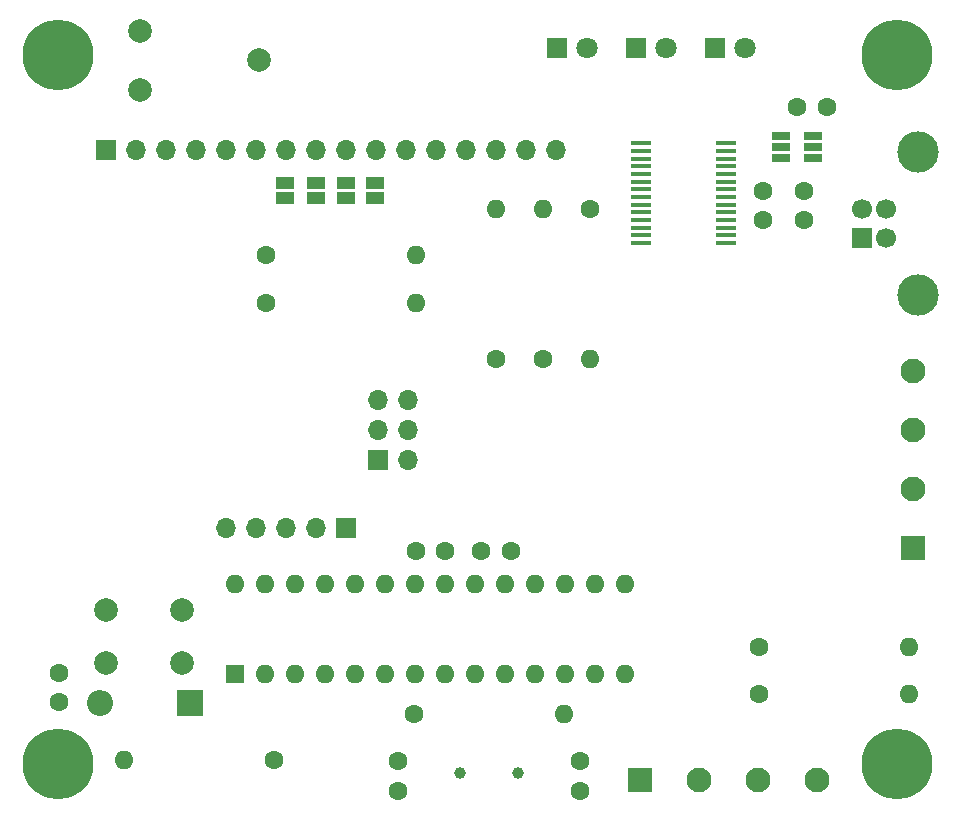
<source format=gbr>
%TF.GenerationSoftware,KiCad,Pcbnew,5.1.8*%
%TF.CreationDate,2020-11-30T19:00:25+01:00*%
%TF.ProjectId,livello_serbatoio_definitiva,6c697665-6c6c-46f5-9f73-65726261746f,rev?*%
%TF.SameCoordinates,Original*%
%TF.FileFunction,Soldermask,Bot*%
%TF.FilePolarity,Negative*%
%FSLAX46Y46*%
G04 Gerber Fmt 4.6, Leading zero omitted, Abs format (unit mm)*
G04 Created by KiCad (PCBNEW 5.1.8) date 2020-11-30 19:00:25*
%MOMM*%
%LPD*%
G01*
G04 APERTURE LIST*
%ADD10C,2.000000*%
%ADD11O,1.700000X1.700000*%
%ADD12R,1.700000X1.700000*%
%ADD13R,1.500000X1.000000*%
%ADD14R,1.800000X1.800000*%
%ADD15C,1.800000*%
%ADD16R,1.560000X0.650000*%
%ADD17O,2.200000X2.200000*%
%ADD18R,2.200000X2.200000*%
%ADD19C,1.600000*%
%ADD20C,2.100000*%
%ADD21R,2.100000X2.100000*%
%ADD22C,1.700000*%
%ADD23C,3.500000*%
%ADD24R,1.750000X0.450000*%
%ADD25C,1.000000*%
%ADD26O,1.600000X1.600000*%
%ADD27R,1.600000X1.600000*%
%ADD28C,0.800000*%
%ADD29C,6.000000*%
G04 APERTURE END LIST*
D10*
%TO.C,SW1*%
X97010000Y-125500000D03*
X97010000Y-121000000D03*
X103510000Y-125500000D03*
X103510000Y-121000000D03*
%TD*%
D11*
%TO.C,J7*%
X107160000Y-114070000D03*
X109700000Y-114070000D03*
X112240000Y-114070000D03*
X114780000Y-114070000D03*
D12*
X117320000Y-114070000D03*
%TD*%
D10*
%TO.C,RV1*%
X109950000Y-74450000D03*
X99950000Y-76950000D03*
X99950000Y-71950000D03*
%TD*%
D13*
%TO.C,JP4*%
X119850000Y-86130000D03*
X119850000Y-84830000D03*
%TD*%
%TO.C,JP3*%
X117320000Y-86120000D03*
X117320000Y-84820000D03*
%TD*%
%TO.C,JP2*%
X114780000Y-86120000D03*
X114780000Y-84820000D03*
%TD*%
%TO.C,JP1*%
X112230000Y-86120000D03*
X112230000Y-84820000D03*
%TD*%
D14*
%TO.C,D4*%
X148600000Y-73400000D03*
D15*
X151140000Y-73400000D03*
%TD*%
D16*
%TO.C,U3*%
X154180000Y-81770000D03*
X154180000Y-80820000D03*
X154180000Y-82720000D03*
X156880000Y-82720000D03*
X156880000Y-81770000D03*
X156880000Y-80820000D03*
%TD*%
D17*
%TO.C,D3*%
X96540000Y-128880000D03*
D18*
X104160000Y-128880000D03*
%TD*%
D19*
%TO.C,C5*%
X155540000Y-78420000D03*
X158040000Y-78420000D03*
%TD*%
D20*
%TO.C,J2*%
X157210000Y-135360000D03*
X152210000Y-135360000D03*
X147210000Y-135360000D03*
D21*
X142210000Y-135360000D03*
%TD*%
D20*
%TO.C,J4*%
X165325000Y-100700000D03*
X165325000Y-105700000D03*
X165325000Y-110700000D03*
D21*
X165325000Y-115700000D03*
%TD*%
D12*
%TO.C,J1*%
X161050000Y-89500000D03*
D22*
X161050000Y-87000000D03*
X163050000Y-87000000D03*
X163050000Y-89500000D03*
D23*
X165760000Y-94270000D03*
X165760000Y-82230000D03*
%TD*%
D24*
%TO.C,U1*%
X149510000Y-89905000D03*
X149510000Y-89255000D03*
X149510000Y-88605000D03*
X149510000Y-87955000D03*
X149510000Y-87305000D03*
X149510000Y-86655000D03*
X149510000Y-86005000D03*
X149510000Y-85355000D03*
X149510000Y-84705000D03*
X149510000Y-84055000D03*
X149510000Y-83405000D03*
X149510000Y-82755000D03*
X149510000Y-82105000D03*
X149510000Y-81455000D03*
X142310000Y-81455000D03*
X142310000Y-82105000D03*
X142310000Y-82755000D03*
X142310000Y-83405000D03*
X142310000Y-84055000D03*
X142310000Y-84705000D03*
X142310000Y-85355000D03*
X142310000Y-86005000D03*
X142310000Y-86655000D03*
X142310000Y-87305000D03*
X142310000Y-87955000D03*
X142310000Y-88605000D03*
X142310000Y-89255000D03*
X142310000Y-89905000D03*
%TD*%
D25*
%TO.C,Y1*%
X131900000Y-134770000D03*
X127020000Y-134770000D03*
%TD*%
D26*
%TO.C,U2*%
X108000000Y-118780000D03*
X141020000Y-126400000D03*
X110540000Y-118780000D03*
X138480000Y-126400000D03*
X113080000Y-118780000D03*
X135940000Y-126400000D03*
X115620000Y-118780000D03*
X133400000Y-126400000D03*
X118160000Y-118780000D03*
X130860000Y-126400000D03*
X120700000Y-118780000D03*
X128320000Y-126400000D03*
X123240000Y-118780000D03*
X125780000Y-126400000D03*
X125780000Y-118780000D03*
X123240000Y-126400000D03*
X128320000Y-118780000D03*
X120700000Y-126400000D03*
X130860000Y-118780000D03*
X118160000Y-126400000D03*
X133400000Y-118780000D03*
X115620000Y-126400000D03*
X135940000Y-118780000D03*
X113080000Y-126400000D03*
X138480000Y-118780000D03*
X110540000Y-126400000D03*
X141020000Y-118780000D03*
D27*
X108000000Y-126400000D03*
%TD*%
D28*
%TO.C,H4*%
X94590990Y-132409010D03*
X93000000Y-131750000D03*
X91409010Y-132409010D03*
X90750000Y-134000000D03*
X91409010Y-135590990D03*
X93000000Y-136250000D03*
X94590990Y-135590990D03*
X95250000Y-134000000D03*
D29*
X93000000Y-134000000D03*
%TD*%
D11*
%TO.C,J3*%
X135100000Y-82000000D03*
X132560000Y-82000000D03*
X130020000Y-82000000D03*
X127480000Y-82000000D03*
X124940000Y-82000000D03*
X122400000Y-82000000D03*
X119860000Y-82000000D03*
X117320000Y-82000000D03*
X114780000Y-82000000D03*
X112240000Y-82000000D03*
X109700000Y-82000000D03*
X107160000Y-82000000D03*
X104620000Y-82000000D03*
X102080000Y-82000000D03*
X99540000Y-82000000D03*
D12*
X97000000Y-82000000D03*
%TD*%
D28*
%TO.C,H1*%
X94590990Y-72409010D03*
X93000000Y-71750000D03*
X91409010Y-72409010D03*
X90750000Y-74000000D03*
X91409010Y-75590990D03*
X93000000Y-76250000D03*
X94590990Y-75590990D03*
X95250000Y-74000000D03*
D29*
X93000000Y-74000000D03*
%TD*%
D28*
%TO.C,H2*%
X165590990Y-72409010D03*
X164000000Y-71750000D03*
X162409010Y-72409010D03*
X161750000Y-74000000D03*
X162409010Y-75590990D03*
X164000000Y-76250000D03*
X165590990Y-75590990D03*
X166250000Y-74000000D03*
D29*
X164000000Y-74000000D03*
%TD*%
D28*
%TO.C,H3*%
X165590990Y-132409010D03*
X164000000Y-131750000D03*
X162409010Y-132409010D03*
X161750000Y-134000000D03*
X162409010Y-135590990D03*
X164000000Y-136250000D03*
X165590990Y-135590990D03*
X166250000Y-134000000D03*
D29*
X164000000Y-134000000D03*
%TD*%
D11*
%TO.C,J5*%
X122615000Y-103220000D03*
X120075000Y-103220000D03*
X122615000Y-105760000D03*
X120075000Y-105760000D03*
X122615000Y-108300000D03*
D12*
X120075000Y-108300000D03*
%TD*%
D19*
%TO.C,C1*%
X156170000Y-87970000D03*
X156170000Y-85470000D03*
%TD*%
%TO.C,C2*%
X152700000Y-85480000D03*
X152700000Y-87980000D03*
%TD*%
%TO.C,C3*%
X125750000Y-116000000D03*
X123250000Y-116000000D03*
%TD*%
%TO.C,C4*%
X93060000Y-126300000D03*
X93060000Y-128800000D03*
%TD*%
%TO.C,C6*%
X131300000Y-116000000D03*
X128800000Y-116000000D03*
%TD*%
%TO.C,C7*%
X121800000Y-133800000D03*
X121800000Y-136300000D03*
%TD*%
%TO.C,C8*%
X137150000Y-136300000D03*
X137150000Y-133800000D03*
%TD*%
D15*
%TO.C,D1*%
X137740000Y-73400000D03*
D14*
X135200000Y-73400000D03*
%TD*%
%TO.C,D2*%
X141900000Y-73400000D03*
D15*
X144440000Y-73400000D03*
%TD*%
D19*
%TO.C,R1*%
X110625000Y-94940000D03*
D26*
X123325000Y-94940000D03*
%TD*%
%TO.C,R2*%
X123275000Y-90890000D03*
D19*
X110575000Y-90890000D03*
%TD*%
%TO.C,R3*%
X130035000Y-99765000D03*
D26*
X130035000Y-87065000D03*
%TD*%
%TO.C,R4*%
X134035000Y-87065000D03*
D19*
X134035000Y-99765000D03*
%TD*%
%TO.C,R6*%
X111300000Y-133700000D03*
D26*
X98600000Y-133700000D03*
%TD*%
%TO.C,R7*%
X135800000Y-129750000D03*
D19*
X123100000Y-129750000D03*
%TD*%
%TO.C,R8*%
X152350000Y-124075000D03*
D26*
X165050000Y-124075000D03*
%TD*%
%TO.C,R9*%
X138035000Y-99765000D03*
D19*
X138035000Y-87065000D03*
%TD*%
D26*
%TO.C,R11*%
X165050000Y-128075000D03*
D19*
X152350000Y-128075000D03*
%TD*%
M02*

</source>
